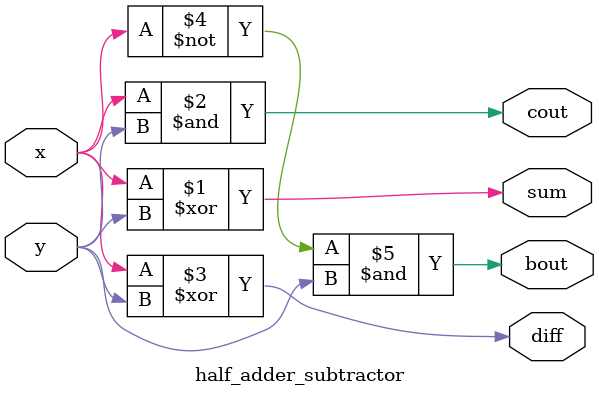
<source format=v>
`timescale 1ns / 1ps


module half_adder_subtractor(input x, y, output sum, diff, output cout, bout);
assign sum = x ^ y;
assign cout = x & y;
assign diff = x ^ y;
assign bout = (~x) & y;
endmodule

</source>
